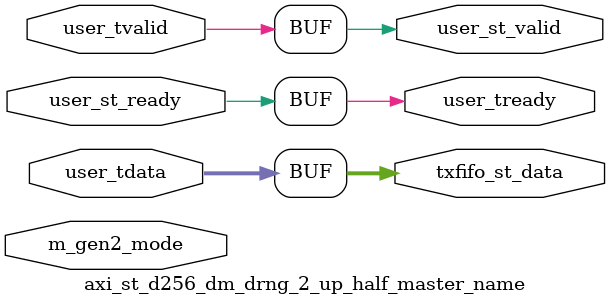
<source format=sv>

module axi_st_d256_dm_drng_2_up_half_master_name  (

  // st channel
  input  logic [ 511:   0]   user_tdata          ,
  input  logic               user_tvalid         ,
  output logic               user_tready         ,

  // Logic Link Interfaces
  output logic               user_st_valid       ,
  output logic [ 511:   0]   txfifo_st_data      ,
  input  logic               user_st_ready       ,

  input  logic               m_gen2_mode         

);

  // Connect Data

  assign user_st_valid                      = user_tvalid                        ;
  assign user_tready                        = user_st_ready                      ;
  assign txfifo_st_data       [   0 +: 256] = user_tdata           [   0 +: 256] ;
  assign txfifo_st_data       [ 256 +: 256] = user_tdata           [ 256 +: 256] ;

endmodule

</source>
